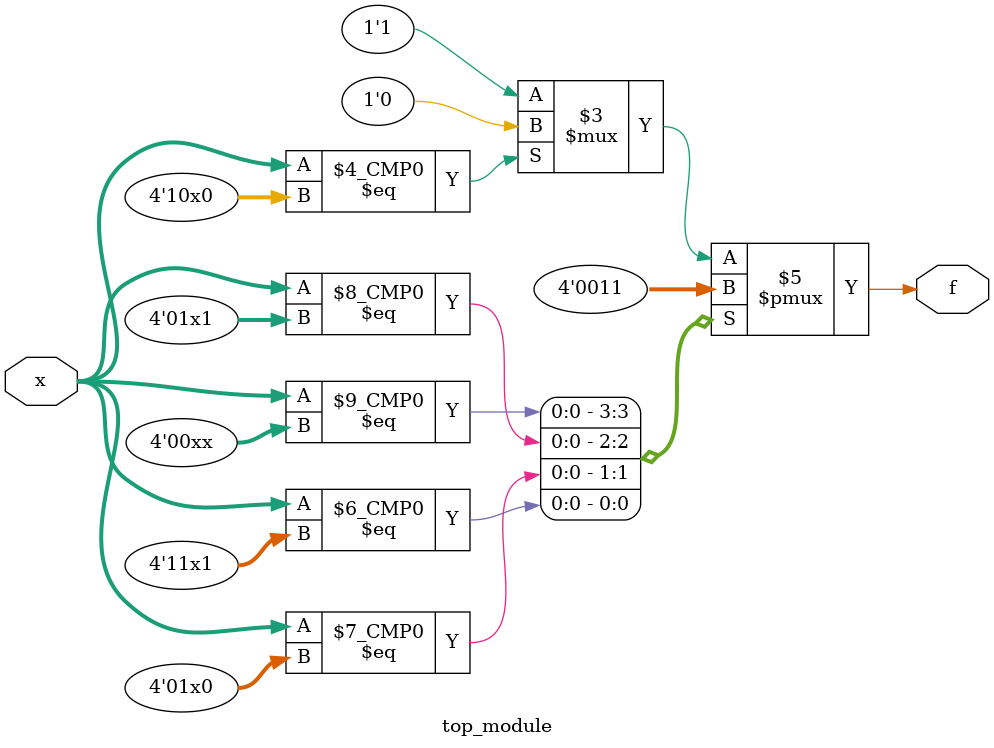
<source format=sv>
module top_module (
    input [4:1] x,
    output logic f
);

always_comb begin
    case (x)
        4'b00xx: f = 0;
        4'b01x1: f = 0;
        4'b01x0: f = 1;
        4'b11x1: f = 1;
        4'b111x: f = 1;
        4'b10x0: f = 0;
        default: f = 1;
    endcase
end

endmodule

</source>
